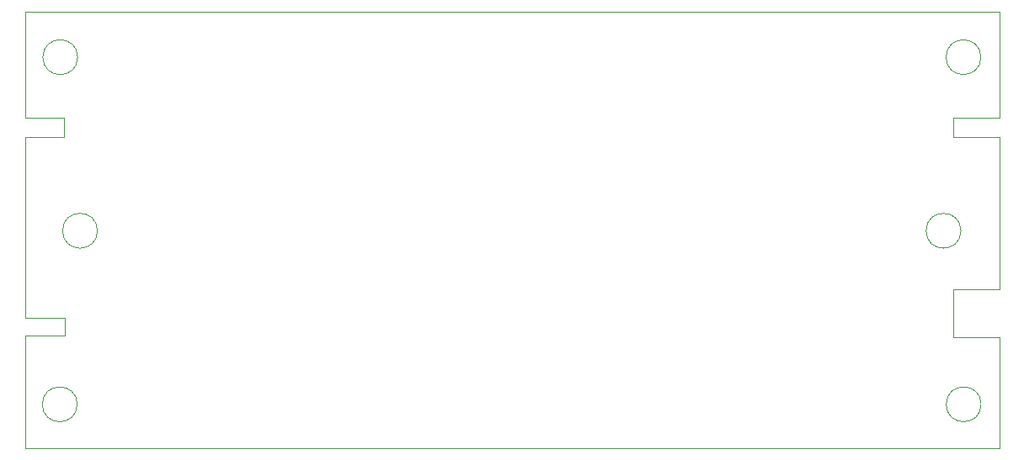
<source format=gm1>
G04 #@! TF.GenerationSoftware,KiCad,Pcbnew,8.0.6*
G04 #@! TF.CreationDate,2025-02-16T15:02:21+05:00*
G04 #@! TF.ProjectId,MegaCD-Connect BD Remake,4d656761-4344-42d4-936f-6e6e65637420,rev?*
G04 #@! TF.SameCoordinates,Original*
G04 #@! TF.FileFunction,Profile,NP*
%FSLAX46Y46*%
G04 Gerber Fmt 4.6, Leading zero omitted, Abs format (unit mm)*
G04 Created by KiCad (PCBNEW 8.0.6) date 2025-02-16 15:02:21*
%MOMM*%
%LPD*%
G01*
G04 APERTURE LIST*
G04 #@! TA.AperFunction,Profile*
%ADD10C,0.100000*%
G04 #@! TD*
G04 APERTURE END LIST*
D10*
X111125000Y-103904200D02*
X111125000Y-105707600D01*
X112391600Y-77691400D02*
G75*
G02*
X108886400Y-77691400I-1752600J0D01*
G01*
X108886400Y-77691400D02*
G75*
G02*
X112391600Y-77691400I1752600J0D01*
G01*
X107083000Y-117094000D02*
X205083000Y-117094000D01*
X200453400Y-105860000D02*
X205076200Y-105860000D01*
X200453400Y-101084800D02*
X200453400Y-105860000D01*
X111125000Y-105707600D02*
X107083000Y-105707600D01*
X107083000Y-103904200D02*
X111125000Y-103904200D01*
X107083000Y-83787400D02*
X111020000Y-83787400D01*
X112340800Y-112641800D02*
G75*
G02*
X108835600Y-112641800I-1752600J0D01*
G01*
X108835600Y-112641800D02*
G75*
G02*
X112340800Y-112641800I1752600J0D01*
G01*
X107083000Y-73094000D02*
X107083000Y-83787400D01*
X200453400Y-85743200D02*
X205076200Y-85743200D01*
X111020000Y-85743200D02*
X107083000Y-85743200D01*
X203222000Y-112641800D02*
G75*
G02*
X199716800Y-112641800I-1752600J0D01*
G01*
X199716800Y-112641800D02*
G75*
G02*
X203222000Y-112641800I1752600J0D01*
G01*
X200453400Y-83787400D02*
X200453400Y-85743200D01*
X107083000Y-85743200D02*
X107083000Y-103904200D01*
X205083000Y-73094000D02*
X205076200Y-83787400D01*
X107083000Y-105707600D02*
X107083000Y-117094000D01*
X114372800Y-95166600D02*
G75*
G02*
X110867600Y-95166600I-1752600J0D01*
G01*
X110867600Y-95166600D02*
G75*
G02*
X114372800Y-95166600I1752600J0D01*
G01*
X203196600Y-77691400D02*
G75*
G02*
X199691400Y-77691400I-1752600J0D01*
G01*
X199691400Y-77691400D02*
G75*
G02*
X203196600Y-77691400I1752600J0D01*
G01*
X107083000Y-73094000D02*
X205083000Y-73094000D01*
X201190000Y-95166600D02*
G75*
G02*
X197684800Y-95166600I-1752600J0D01*
G01*
X197684800Y-95166600D02*
G75*
G02*
X201190000Y-95166600I1752600J0D01*
G01*
X205076200Y-101084800D02*
X200453400Y-101084800D01*
X205076200Y-85743200D02*
X205076200Y-101084800D01*
X205076200Y-83787400D02*
X200453400Y-83787400D01*
X111020000Y-83787400D02*
X111020000Y-85743200D01*
X205076200Y-105860000D02*
X205083000Y-117094000D01*
M02*

</source>
